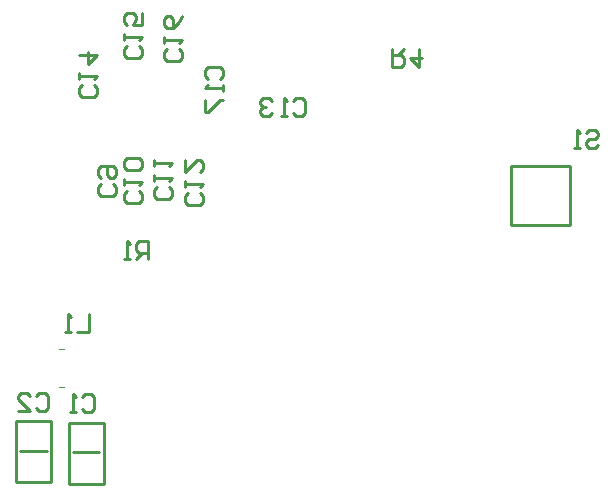
<source format=gbo>
G04*
G04 #@! TF.GenerationSoftware,Altium Limited,Altium Designer,19.1.5 (86)*
G04*
G04 Layer_Color=32896*
%FSLAX25Y25*%
%MOIN*%
G70*
G01*
G75*
%ADD16C,0.01000*%
%ADD59C,0.00394*%
D16*
X453657Y310343D02*
X473343D01*
X453657Y290657D02*
Y310343D01*
Y290657D02*
X473343D01*
Y310343D01*
X300327Y205043D02*
Y225398D01*
X288673D02*
X300327D01*
X288673Y205043D02*
Y225398D01*
Y205043D02*
X300327D01*
X290051Y215555D02*
X298870D01*
X317827Y204543D02*
Y224898D01*
X306173D02*
X317827D01*
X306173Y204543D02*
Y224898D01*
Y204543D02*
X317827D01*
X307551Y215055D02*
X316370D01*
X478501Y321498D02*
X479501Y322498D01*
X481500D01*
X482500Y321498D01*
Y320499D01*
X481500Y319499D01*
X479501D01*
X478501Y318499D01*
Y317500D01*
X479501Y316500D01*
X481500D01*
X482500Y317500D01*
X476502Y316500D02*
X474503D01*
X475502D01*
Y322498D01*
X476502Y321498D01*
X414000Y349500D02*
Y343502D01*
X416999D01*
X417999Y344502D01*
Y346501D01*
X416999Y347501D01*
X414000D01*
X415999D02*
X417999Y349500D01*
X422997D02*
Y343502D01*
X419998Y346501D01*
X423997D01*
X332500Y279500D02*
Y285498D01*
X329501D01*
X328501Y284498D01*
Y282499D01*
X329501Y281499D01*
X332500D01*
X330501D02*
X328501Y279500D01*
X326502D02*
X324503D01*
X325502D01*
Y285498D01*
X326502Y284498D01*
X313000Y260998D02*
Y255000D01*
X309001D01*
X307002D02*
X305003D01*
X306002D01*
Y260998D01*
X307002Y259998D01*
X352502Y339501D02*
X351502Y340501D01*
Y342500D01*
X352502Y343500D01*
X356500D01*
X357500Y342500D01*
Y340501D01*
X356500Y339501D01*
X357500Y337502D02*
Y335503D01*
Y336502D01*
X351502D01*
X352502Y337502D01*
X351502Y332504D02*
Y328505D01*
X352502D01*
X356500Y332504D01*
X357500D01*
X342998Y349499D02*
X343998Y348499D01*
Y346500D01*
X342998Y345500D01*
X339000D01*
X338000Y346500D01*
Y348499D01*
X339000Y349499D01*
X338000Y351498D02*
Y353497D01*
Y352498D01*
X343998D01*
X342998Y351498D01*
X343998Y360495D02*
X342998Y358496D01*
X340999Y356496D01*
X339000D01*
X338000Y357496D01*
Y359495D01*
X339000Y360495D01*
X339999D01*
X340999Y359495D01*
Y356496D01*
X329498Y350499D02*
X330498Y349499D01*
Y347500D01*
X329498Y346500D01*
X325500D01*
X324500Y347500D01*
Y349499D01*
X325500Y350499D01*
X324500Y352498D02*
Y354497D01*
Y353498D01*
X330498D01*
X329498Y352498D01*
X330498Y361495D02*
Y357496D01*
X327499D01*
X328499Y359496D01*
Y360495D01*
X327499Y361495D01*
X325500D01*
X324500Y360495D01*
Y358496D01*
X325500Y357496D01*
X314498Y337499D02*
X315498Y336499D01*
Y334500D01*
X314498Y333500D01*
X310500D01*
X309500Y334500D01*
Y336499D01*
X310500Y337499D01*
X309500Y339498D02*
Y341497D01*
Y340498D01*
X315498D01*
X314498Y339498D01*
X309500Y347496D02*
X315498D01*
X312499Y344496D01*
Y348495D01*
X380901Y332248D02*
X381901Y333248D01*
X383900D01*
X384900Y332248D01*
Y328249D01*
X383900Y327250D01*
X381901D01*
X380901Y328249D01*
X378902Y327250D02*
X376903D01*
X377902D01*
Y333248D01*
X378902Y332248D01*
X373904D02*
X372904Y333248D01*
X370904D01*
X369905Y332248D01*
Y331248D01*
X370904Y330249D01*
X371904D01*
X370904D01*
X369905Y329249D01*
Y328249D01*
X370904Y327250D01*
X372904D01*
X373904Y328249D01*
X349998Y301499D02*
X350998Y300499D01*
Y298500D01*
X349998Y297500D01*
X346000D01*
X345000Y298500D01*
Y300499D01*
X346000Y301499D01*
X345000Y303498D02*
Y305497D01*
Y304498D01*
X350998D01*
X349998Y303498D01*
X345000Y312495D02*
Y308496D01*
X348999Y312495D01*
X349998D01*
X350998Y311495D01*
Y309496D01*
X349998Y308496D01*
X339498Y303499D02*
X340498Y302499D01*
Y300500D01*
X339498Y299500D01*
X335500D01*
X334500Y300500D01*
Y302499D01*
X335500Y303499D01*
X334500Y305498D02*
Y307497D01*
Y306498D01*
X340498D01*
X339498Y305498D01*
X334500Y310496D02*
Y312496D01*
Y311496D01*
X340498D01*
X339498Y310496D01*
X329498Y301999D02*
X330498Y300999D01*
Y299000D01*
X329498Y298000D01*
X325500D01*
X324500Y299000D01*
Y300999D01*
X325500Y301999D01*
X324500Y303998D02*
Y305997D01*
Y304998D01*
X330498D01*
X329498Y303998D01*
Y308996D02*
X330498Y309996D01*
Y311996D01*
X329498Y312995D01*
X325500D01*
X324500Y311996D01*
Y309996D01*
X325500Y308996D01*
X329498D01*
X320998Y304499D02*
X321998Y303499D01*
Y301500D01*
X320998Y300500D01*
X317000D01*
X316000Y301500D01*
Y303499D01*
X317000Y304499D01*
Y306498D02*
X316000Y307498D01*
Y309497D01*
X317000Y310497D01*
X320998D01*
X321998Y309497D01*
Y307498D01*
X320998Y306498D01*
X319999D01*
X318999Y307498D01*
Y310497D01*
X295201Y233879D02*
X296201Y234878D01*
X298200D01*
X299200Y233879D01*
Y229880D01*
X298200Y228880D01*
X296201D01*
X295201Y229880D01*
X289203Y228880D02*
X293202D01*
X289203Y232879D01*
Y233879D01*
X290203Y234878D01*
X292202D01*
X293202Y233879D01*
X310701Y233379D02*
X311701Y234379D01*
X313700D01*
X314700Y233379D01*
Y229380D01*
X313700Y228380D01*
X311701D01*
X310701Y229380D01*
X308702Y228380D02*
X306703D01*
X307702D01*
Y234379D01*
X308702Y233379D01*
D59*
X303028Y236701D02*
X304602D01*
X303028Y249299D02*
X304602D01*
M02*

</source>
